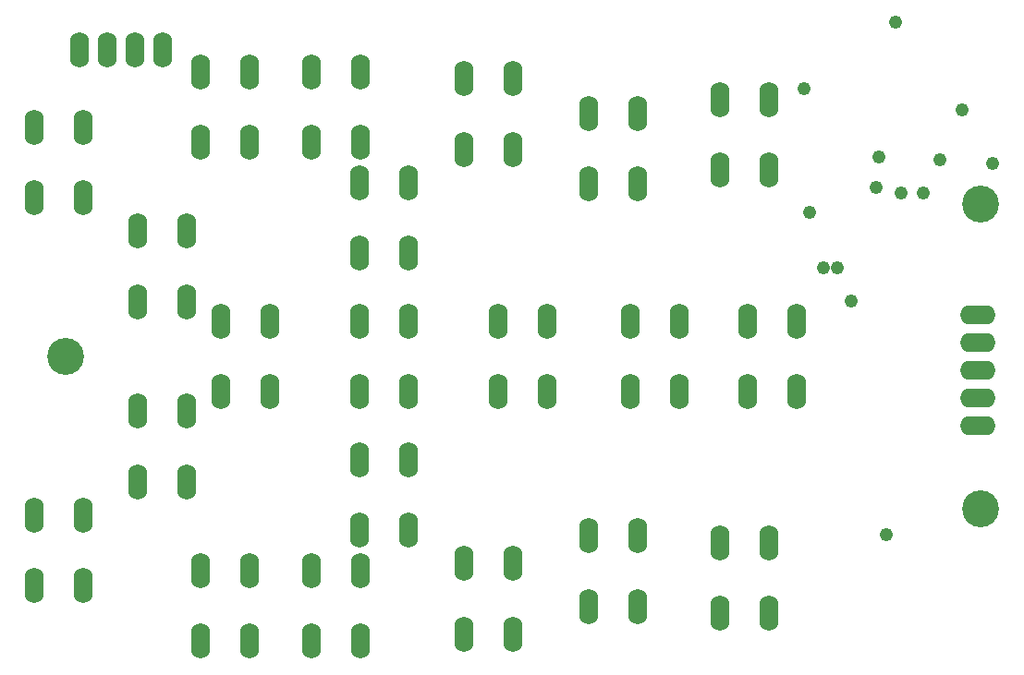
<source format=gbs>
%FSTAX24Y24*%
%MOIN*%
G70*
G01*
G75*
G04 Layer_Color=16711935*
%ADD10R,0.0050X0.1000*%
%ADD11R,0.0440X0.0400*%
%ADD12R,0.0400X0.0440*%
%ADD13R,0.0440X0.0400*%
%ADD14R,0.0240X0.0870*%
%ADD15R,0.0240X0.0870*%
%ADD16R,0.1380X0.0480*%
%ADD17C,0.0160*%
%ADD18C,0.0240*%
%ADD19C,0.0120*%
%ADD20C,0.0200*%
%ADD21O,0.0600X0.1200*%
%ADD22O,0.1200X0.0600*%
%ADD23C,0.1250*%
%ADD24C,0.0400*%
%ADD25C,0.0060*%
%ADD26C,0.0050*%
%ADD27C,0.0020*%
%ADD28C,0.0100*%
%ADD29C,0.0034*%
%ADD30R,0.0130X0.1080*%
%ADD31R,0.0520X0.0480*%
%ADD32R,0.0480X0.0520*%
%ADD33R,0.0520X0.0480*%
%ADD34R,0.0320X0.0950*%
%ADD35R,0.0320X0.0950*%
%ADD36R,0.1460X0.0560*%
%ADD37O,0.0680X0.1280*%
%ADD38O,0.1280X0.0680*%
%ADD39C,0.1330*%
%ADD40C,0.0480*%
D37*
X01289Y03078D02*
D03*
X01111D02*
D03*
X01289Y02822D02*
D03*
X01111D02*
D03*
X01664Y02053D02*
D03*
X01486D02*
D03*
X01664Y01797D02*
D03*
X01486D02*
D03*
X01664Y02703D02*
D03*
X01486D02*
D03*
X01664Y02447D02*
D03*
X01486D02*
D03*
X01889Y01478D02*
D03*
X01711D02*
D03*
X01889Y01222D02*
D03*
X01711D02*
D03*
X01964Y02378D02*
D03*
X01786D02*
D03*
X01964Y02122D02*
D03*
X01786D02*
D03*
X01889Y03278D02*
D03*
X01711D02*
D03*
X01889Y03022D02*
D03*
X01711D02*
D03*
X02289Y01478D02*
D03*
X02111D02*
D03*
X02289Y01222D02*
D03*
X02111D02*
D03*
X02464Y01878D02*
D03*
X02286D02*
D03*
X02464Y01622D02*
D03*
X02286D02*
D03*
X02464Y02378D02*
D03*
X02286D02*
D03*
X02464Y02122D02*
D03*
X02286D02*
D03*
X02464Y02878D02*
D03*
X02286D02*
D03*
X02464Y02622D02*
D03*
X02286D02*
D03*
X02289Y03278D02*
D03*
X02111D02*
D03*
X02289Y03022D02*
D03*
X02111D02*
D03*
X02839Y01503D02*
D03*
X02661D02*
D03*
X02839Y01247D02*
D03*
X02661D02*
D03*
X02964Y02378D02*
D03*
X02786D02*
D03*
X02964Y02122D02*
D03*
X02786D02*
D03*
X03439Y02378D02*
D03*
X03261D02*
D03*
X03439Y02122D02*
D03*
X03261D02*
D03*
X03289Y01603D02*
D03*
X03111D02*
D03*
X03289Y01347D02*
D03*
X03111D02*
D03*
X02839Y03253D02*
D03*
X02661D02*
D03*
X02839Y02997D02*
D03*
X02661D02*
D03*
X03289Y03128D02*
D03*
X03111D02*
D03*
X03289Y02872D02*
D03*
X03111D02*
D03*
X03764Y01578D02*
D03*
X03586D02*
D03*
X03764Y01322D02*
D03*
X03586D02*
D03*
X03864Y02378D02*
D03*
X03686D02*
D03*
X03864Y02122D02*
D03*
X03686D02*
D03*
X03764Y03178D02*
D03*
X03586D02*
D03*
X03764Y02922D02*
D03*
X03586D02*
D03*
X01575Y03355D02*
D03*
X01475D02*
D03*
X01375D02*
D03*
X01275D02*
D03*
X01289Y01678D02*
D03*
X01111D02*
D03*
X01289Y01422D02*
D03*
X01111D02*
D03*
D38*
X04515Y024D02*
D03*
Y023D02*
D03*
Y022D02*
D03*
Y021D02*
D03*
Y02D02*
D03*
D39*
X01225Y0225D02*
D03*
X04525Y028D02*
D03*
Y017D02*
D03*
D40*
X0401Y0257D02*
D03*
X0396D02*
D03*
X0391Y0277D02*
D03*
X0406Y0245D02*
D03*
X0389Y03215D02*
D03*
X0416Y0297D02*
D03*
X04185Y01605D02*
D03*
X0415Y0286D02*
D03*
X0424Y0284D02*
D03*
X0432D02*
D03*
X0438Y0296D02*
D03*
X0422Y03455D02*
D03*
X0457Y02945D02*
D03*
X0446Y0314D02*
D03*
M02*

</source>
